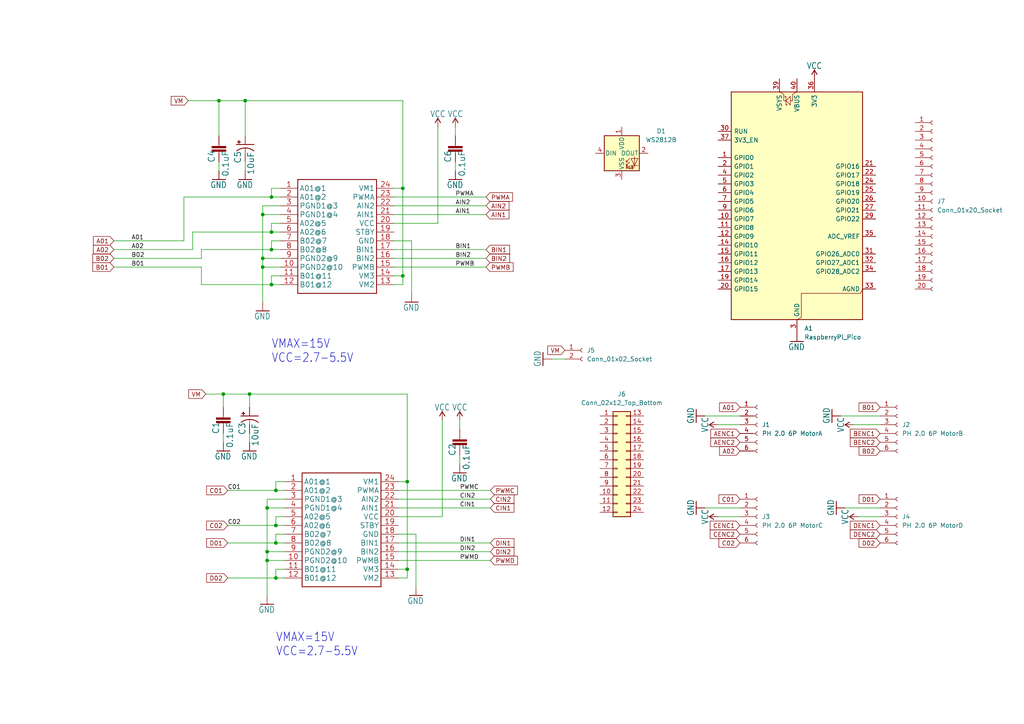
<source format=kicad_sch>
(kicad_sch (version 20250114) (generator "eeschema") (generator_version "9.0")
  (paper "A4")
  (lib_symbols
    (symbol "Connector:Conn_01x02_Socket" (pin_names (offset 1.016) (hide yes))
      (property "Reference" "J" (at 0 2.54 0))
      (property "Value" "Conn_01x02_Socket" (at 0 -5.08 0))
      (symbol "Conn_01x02_Socket_1_1"
        (polyline (pts (xy -1.27 0) (xy -0.508 0)) (stroke (width 0.1524)))
        (polyline (pts (xy -1.27 -2.54) (xy -0.508 -2.54)) (stroke (width 0.1524)))
        (arc (start 0 -0.508) (mid -0.5058 0) (end 0 0.508) (stroke (width 0.1524)))
        (arc (start 0 -3.048) (mid -0.5058 -2.54) (end 0 -2.032) (stroke (width 0.1524)))
        (pin passive line (at -5.08 0 0) (length 3.81) (name "Pin_1") (number "1"))
        (pin passive line (at -5.08 -2.54 0) (length 3.81) (name "Pin_2") (number "2"))
      )
    )
    (symbol "Connector:Conn_01x06_Socket" (pin_names (offset 1.016) (hide yes))
      (property "Reference" "J" (at 0 7.62 0))
      (property "Value" "Conn_01x06_Socket" (at 0 -10.16 0))
      (symbol "Conn_01x06_Socket_1_1"
        (polyline (pts (xy -1.27 5.08) (xy -0.508 5.08)) (stroke (width 0.1524)))
        (polyline (pts (xy -1.27 2.54) (xy -0.508 2.54)) (stroke (width 0.1524)))
        (polyline (pts (xy -1.27 0) (xy -0.508 0)) (stroke (width 0.1524)))
        (polyline (pts (xy -1.27 -2.54) (xy -0.508 -2.54)) (stroke (width 0.1524)))
        (polyline (pts (xy -1.27 -5.08) (xy -0.508 -5.08)) (stroke (width 0.1524)))
        (polyline (pts (xy -1.27 -7.62) (xy -0.508 -7.62)) (stroke (width 0.1524)))
        (arc (start 0 4.572) (mid -0.5058 5.08) (end 0 5.588) (stroke (width 0.1524)))
        (arc (start 0 2.032) (mid -0.5058 2.54) (end 0 3.048) (stroke (width 0.1524)))
        (arc (start 0 -0.508) (mid -0.5058 0) (end 0 0.508) (stroke (width 0.1524)))
        (arc (start 0 -3.048) (mid -0.5058 -2.54) (end 0 -2.032) (stroke (width 0.1524)))
        (arc (start 0 -5.588) (mid -0.5058 -5.08) (end 0 -4.572) (stroke (width 0.1524)))
        (arc (start 0 -8.128) (mid -0.5058 -7.62) (end 0 -7.112) (stroke (width 0.1524)))
        (pin passive line (at -5.08 5.08 0) (length 3.81) (name "Pin_1") (number "1"))
        (pin passive line (at -5.08 2.54 0) (length 3.81) (name "Pin_2") (number "2"))
        (pin passive line (at -5.08 0 0) (length 3.81) (name "Pin_3") (number "3"))
        (pin passive line (at -5.08 -2.54 0) (length 3.81) (name "Pin_4") (number "4"))
        (pin passive line (at -5.08 -5.08 0) (length 3.81) (name "Pin_5") (number "5"))
        (pin passive line (at -5.08 -7.62 0) (length 3.81) (name "Pin_6") (number "6"))
      )
    )
    (symbol "Connector:Conn_01x20_Socket" (pin_names (offset 1.016) (hide yes))
      (property "Reference" "J" (at 0 25.4 0))
      (property "Value" "Conn_01x20_Socket" (at 0 -27.94 0))
      (symbol "Conn_01x20_Socket_1_1"
        (polyline (pts (xy -1.27 22.86) (xy -0.508 22.86)) (stroke (width 0.1524)))
        (polyline (pts (xy -1.27 20.32) (xy -0.508 20.32)) (stroke (width 0.1524)))
        (polyline (pts (xy -1.27 17.78) (xy -0.508 17.78)) (stroke (width 0.1524)))
        (polyline (pts (xy -1.27 15.24) (xy -0.508 15.24)) (stroke (width 0.1524)))
        (polyline (pts (xy -1.27 12.7) (xy -0.508 12.7)) (stroke (width 0.1524)))
        (polyline (pts (xy -1.27 10.16) (xy -0.508 10.16)) (stroke (width 0.1524)))
        (polyline (pts (xy -1.27 7.62) (xy -0.508 7.62)) (stroke (width 0.1524)))
        (polyline (pts (xy -1.27 5.08) (xy -0.508 5.08)) (stroke (width 0.1524)))
        (polyline (pts (xy -1.27 2.54) (xy -0.508 2.54)) (stroke (width 0.1524)))
        (polyline (pts (xy -1.27 0) (xy -0.508 0)) (stroke (width 0.1524)))
        (polyline (pts (xy -1.27 -2.54) (xy -0.508 -2.54)) (stroke (width 0.1524)))
        (polyline (pts (xy -1.27 -5.08) (xy -0.508 -5.08)) (stroke (width 0.1524)))
        (polyline (pts (xy -1.27 -7.62) (xy -0.508 -7.62)) (stroke (width 0.1524)))
        (polyline (pts (xy -1.27 -10.16) (xy -0.508 -10.16)) (stroke (width 0.1524)))
        (polyline (pts (xy -1.27 -12.7) (xy -0.508 -12.7)) (stroke (width 0.1524)))
        (polyline (pts (xy -1.27 -15.24) (xy -0.508 -15.24)) (stroke (width 0.1524)))
        (polyline (pts (xy -1.27 -17.78) (xy -0.508 -17.78)) (stroke (width 0.1524)))
        (polyline (pts (xy -1.27 -20.32) (xy -0.508 -20.32)) (stroke (width 0.1524)))
        (polyline (pts (xy -1.27 -22.86) (xy -0.508 -22.86)) (stroke (width 0.1524)))
        (polyline (pts (xy -1.27 -25.4) (xy -0.508 -25.4)) (stroke (width 0.1524)))
        (arc (start 0 22.352) (mid -0.5058 22.86) (end 0 23.368) (stroke (width 0.1524)))
        (arc (start 0 19.812) (mid -0.5058 20.32) (end 0 20.828) (stroke (width 0.1524)))
        (arc (start 0 17.272) (mid -0.5058 17.78) (end 0 18.288) (stroke (width 0.1524)))
        (arc (start 0 14.732) (mid -0.5058 15.24) (end 0 15.748) (stroke (width 0.1524)))
        (arc (start 0 12.192) (mid -0.5058 12.7) (end 0 13.208) (stroke (width 0.1524)))
        (arc (start 0 9.652) (mid -0.5058 10.16) (end 0 10.668) (stroke (width 0.1524)))
        (arc (start 0 7.112) (mid -0.5058 7.62) (end 0 8.128) (stroke (width 0.1524)))
        (arc (start 0 4.572) (mid -0.5058 5.08) (end 0 5.588) (stroke (width 0.1524)))
        (arc (start 0 2.032) (mid -0.5058 2.54) (end 0 3.048) (stroke (width 0.1524)))
        (arc (start 0 -0.508) (mid -0.5058 0) (end 0 0.508) (stroke (width 0.1524)))
        (arc (start 0 -3.048) (mid -0.5058 -2.54) (end 0 -2.032) (stroke (width 0.1524)))
        (arc (start 0 -5.588) (mid -0.5058 -5.08) (end 0 -4.572) (stroke (width 0.1524)))
        (arc (start 0 -8.128) (mid -0.5058 -7.62) (end 0 -7.112) (stroke (width 0.1524)))
        (arc (start 0 -10.668) (mid -0.5058 -10.16) (end 0 -9.652) (stroke (width 0.1524)))
        (arc (start 0 -13.208) (mid -0.5058 -12.7) (end 0 -12.192) (stroke (width 0.1524)))
        (arc (start 0 -15.748) (mid -0.5058 -15.24) (end 0 -14.732) (stroke (width 0.1524)))
        (arc (start 0 -18.288) (mid -0.5058 -17.78) (end 0 -17.272) (stroke (width 0.1524)))
        (arc (start 0 -20.828) (mid -0.5058 -20.32) (end 0 -19.812) (stroke (width 0.1524)))
        (arc (start 0 -23.368) (mid -0.5058 -22.86) (end 0 -22.352) (stroke (width 0.1524)))
        (arc (start 0 -25.908) (mid -0.5058 -25.4) (end 0 -24.892) (stroke (width 0.1524)))
        (pin passive line (at -5.08 22.86 0) (length 3.81) (name "Pin_1") (number "1"))
        (pin passive line (at -5.08 20.32 0) (length 3.81) (name "Pin_2") (number "2"))
        (pin passive line (at -5.08 17.78 0) (length 3.81) (name "Pin_3") (number "3"))
        (pin passive line (at -5.08 15.24 0) (length 3.81) (name "Pin_4") (number "4"))
        (pin passive line (at -5.08 12.7 0) (length 3.81) (name "Pin_5") (number "5"))
        (pin passive line (at -5.08 10.16 0) (length 3.81) (name "Pin_6") (number "6"))
        (pin passive line (at -5.08 7.62 0) (length 3.81) (name "Pin_7") (number "7"))
        (pin passive line (at -5.08 5.08 0) (length 3.81) (name "Pin_8") (number "8"))
        (pin passive line (at -5.08 2.54 0) (length 3.81) (name "Pin_9") (number "9"))
        (pin passive line (at -5.08 0 0) (length 3.81) (name "Pin_10") (number "10"))
        (pin passive line (at -5.08 -2.54 0) (length 3.81) (name "Pin_11") (number "11"))
        (pin passive line (at -5.08 -5.08 0) (length 3.81) (name "Pin_12") (number "12"))
        (pin passive line (at -5.08 -7.62 0) (length 3.81) (name "Pin_13") (number "13"))
        (pin passive line (at -5.08 -10.16 0) (length 3.81) (name "Pin_14") (number "14"))
        (pin passive line (at -5.08 -12.7 0) (length 3.81) (name "Pin_15") (number "15"))
        (pin passive line (at -5.08 -15.24 0) (length 3.81) (name "Pin_16") (number "16"))
        (pin passive line (at -5.08 -17.78 0) (length 3.81) (name "Pin_17") (number "17"))
        (pin passive line (at -5.08 -20.32 0) (length 3.81) (name "Pin_18") (number "18"))
        (pin passive line (at -5.08 -22.86 0) (length 3.81) (name "Pin_19") (number "19"))
        (pin passive line (at -5.08 -25.4 0) (length 3.81) (name "Pin_20") (number "20"))
      )
    )
    (symbol "Connector_Generic:Conn_02x12_Top_Bottom" (pin_names (offset 1.016) (hide yes))
      (property "Reference" "J" (at 1.27 15.24 0))
      (property "Value" "Conn_02x12_Top_Bottom" (at 1.27 -17.78 0))
      (symbol "Conn_02x12_Top_Bottom_1_1"
        (rectangle (start -1.27 13.97) (end 3.81 -16.51) (stroke (width 0.254)) (fill (type background)))
        (rectangle (start -1.27 12.827) (end 0 12.573) (stroke (width 0.1524)))
        (rectangle (start -1.27 10.287) (end 0 10.033) (stroke (width 0.1524)))
        (rectangle (start -1.27 7.747) (end 0 7.493) (stroke (width 0.1524)))
        (rectangle (start -1.27 5.207) (end 0 4.953) (stroke (width 0.1524)))
        (rectangle (start -1.27 2.667) (end 0 2.413) (stroke (width 0.1524)))
        (rectangle (start -1.27 0.127) (end 0 -0.127) (stroke (width 0.1524)))
        (rectangle (start -1.27 -2.413) (end 0 -2.667) (stroke (width 0.1524)))
        (rectangle (start -1.27 -4.953) (end 0 -5.207) (stroke (width 0.1524)))
        (rectangle (start -1.27 -7.493) (end 0 -7.747) (stroke (width 0.1524)))
        (rectangle (start -1.27 -10.033) (end 0 -10.287) (stroke (width 0.1524)))
        (rectangle (start -1.27 -12.573) (end 0 -12.827) (stroke (width 0.1524)))
        (rectangle (start -1.27 -15.113) (end 0 -15.367) (stroke (width 0.1524)))
        (rectangle (start 3.81 12.827) (end 2.54 12.573) (stroke (width 0.1524)))
        (rectangle (start 3.81 10.287) (end 2.54 10.033) (stroke (width 0.1524)))
        (rectangle (start 3.81 7.747) (end 2.54 7.493) (stroke (width 0.1524)))
        (rectangle (start 3.81 5.207) (end 2.54 4.953) (stroke (width 0.1524)))
        (rectangle (start 3.81 2.667) (end 2.54 2.413) (stroke (width 0.1524)))
        (rectangle (start 3.81 0.127) (end 2.54 -0.127) (stroke (width 0.1524)))
        (rectangle (start 3.81 -2.413) (end 2.54 -2.667) (stroke (width 0.1524)))
        (rectangle (start 3.81 -4.953) (end 2.54 -5.207) (stroke (width 0.1524)))
        (rectangle (start 3.81 -7.493) (end 2.54 -7.747) (stroke (width 0.1524)))
        (rectangle (start 3.81 -10.033) (end 2.54 -10.287) (stroke (width 0.1524)))
        (rectangle (start 3.81 -12.573) (end 2.54 -12.827) (stroke (width 0.1524)))
        (rectangle (start 3.81 -15.113) (end 2.54 -15.367) (stroke (width 0.1524)))
        (pin passive line (at -5.08 12.7 0) (length 3.81) (name "Pin_1") (number "1"))
        (pin passive line (at -5.08 10.16 0) (length 3.81) (name "Pin_2") (number "2"))
        (pin passive line (at -5.08 7.62 0) (length 3.81) (name "Pin_3") (number "3"))
        (pin passive line (at -5.08 5.08 0) (length 3.81) (name "Pin_4") (number "4"))
        (pin passive line (at -5.08 2.54 0) (length 3.81) (name "Pin_5") (number "5"))
        (pin passive line (at -5.08 0 0) (length 3.81) (name "Pin_6") (number "6"))
        (pin passive line (at -5.08 -2.54 0) (length 3.81) (name "Pin_7") (number "7"))
        (pin passive line (at -5.08 -5.08 0) (length 3.81) (name "Pin_8") (number "8"))
        (pin passive line (at -5.08 -7.62 0) (length 3.81) (name "Pin_9") (number "9"))
        (pin passive line (at -5.08 -10.16 0) (length 3.81) (name "Pin_10") (number "10"))
        (pin passive line (at -5.08 -12.7 0) (length 3.81) (name "Pin_11") (number "11"))
        (pin passive line (at -5.08 -15.24 0) (length 3.81) (name "Pin_12") (number "12"))
        (pin passive line (at 7.62 12.7 180) (length 3.81) (name "Pin_13") (number "13"))
        (pin passive line (at 7.62 10.16 180) (length 3.81) (name "Pin_14") (number "14"))
        (pin passive line (at 7.62 7.62 180) (length 3.81) (name "Pin_15") (number "15"))
        (pin passive line (at 7.62 5.08 180) (length 3.81) (name "Pin_16") (number "16"))
        (pin passive line (at 7.62 2.54 180) (length 3.81) (name "Pin_17") (number "17"))
        (pin passive line (at 7.62 0 180) (length 3.81) (name "Pin_18") (number "18"))
        (pin passive line (at 7.62 -2.54 180) (length 3.81) (name "Pin_19") (number "19"))
        (pin passive line (at 7.62 -5.08 180) (length 3.81) (name "Pin_20") (number "20"))
        (pin passive line (at 7.62 -7.62 180) (length 3.81) (name "Pin_21") (number "21"))
        (pin passive line (at 7.62 -10.16 180) (length 3.81) (name "Pin_22") (number "22"))
        (pin passive line (at 7.62 -12.7 180) (length 3.81) (name "Pin_23") (number "23"))
        (pin passive line (at 7.62 -15.24 180) (length 3.81) (name "Pin_24") (number "24"))
      )
    )
    (symbol "LED:WS2812B" (pin_names (offset 0.254))
      (property "Reference" "D" (at 5.08 5.715 0))
      (property "Value" "WS2812B" (at 1.27 -5.715 0))
      (symbol "WS2812B_0_0"
        (text "RGB" (at 2.286 -4.191 0) (effects (font (size 0.762 0.762))))
      )
      (symbol "WS2812B_0_1"
        (polyline (pts (xy 1.27 -2.54) (xy 1.778 -2.54)))
        (polyline (pts (xy 1.27 -3.556) (xy 1.778 -3.556)))
        (polyline (pts (xy 2.286 -1.524) (xy 1.27 -2.54) (xy 1.27 -2.032)))
        (polyline (pts (xy 2.286 -2.54) (xy 1.27 -3.556) (xy 1.27 -3.048)))
        (polyline (pts (xy 3.683 -1.016) (xy 3.683 -3.556) (xy 3.683 -4.064)))
        (polyline (pts (xy 4.699 -1.524) (xy 2.667 -1.524) (xy 3.683 -3.556) (xy 4.699 -1.524)))
        (polyline (pts (xy 4.699 -3.556) (xy 2.667 -3.556)))
        (rectangle (start 5.08 5.08) (end -5.08 -5.08) (stroke (width 0.254)) (fill (type background)))
      )
      (symbol "WS2812B_1_1"
        (pin input line (at -7.62 0 0) (length 2.54) (name "DIN") (number "4"))
        (pin power_in line (at 0 7.62 270) (length 2.54) (name "VDD") (number "1"))
        (pin power_in line (at 0 -7.62 90) (length 2.54) (name "VSS") (number "3"))
        (pin output line (at 7.62 0 180) (length 2.54) (name "DOUT") (number "2"))
      )
    )
    (symbol "MCU_Module:RaspberryPi_Pico" (pin_names (offset 0.762))
      (property "Reference" "A" (at -19.05 35.56 0))
      (property "Value" "RaspberryPi_Pico" (at 7.62 35.56 0))
      (symbol "RaspberryPi_Pico_0_1"
        (rectangle (start -19.05 34.29) (end 19.05 -31.75) (stroke (width 0.254)) (fill (type background)))
        (polyline (pts (xy -5.08 34.29) (xy -3.81 33.655) (xy -3.81 31.75) (xy -3.175 31.75)))
        (polyline (pts (xy -3.429 32.766) (xy -3.429 33.02) (xy -3.175 33.02) (xy -3.175 30.48) (xy -2.921 30.48) (xy -2.921 30.734)))
        (polyline (pts (xy -3.175 31.75) (xy -1.905 33.02) (xy -1.905 30.48) (xy -3.175 31.75)))
        (polyline (pts (xy 0 34.29) (xy -1.27 33.655) (xy -1.27 31.75) (xy -1.905 31.75)))
        (polyline (pts (xy 0 -31.75) (xy 1.27 -31.115) (xy 1.27 -24.13) (xy 18.415 -24.13) (xy 19.05 -22.86)))
      )
      (symbol "RaspberryPi_Pico_1_1"
        (pin passive line (at -22.86 22.86 0) (length 3.81) (name "RUN") (number "30"))
        (pin passive line (at -22.86 20.32 0) (length 3.81) (name "3V3_EN") (number "37"))
        (pin bidirectional line (at -22.86 15.24 0) (length 3.81) (name "GPIO0") (number "1"))
        (pin bidirectional line (at -22.86 12.7 0) (length 3.81) (name "GPIO1") (number "2"))
        (pin bidirectional line (at -22.86 10.16 0) (length 3.81) (name "GPIO2") (number "4"))
        (pin bidirectional line (at -22.86 7.62 0) (length 3.81) (name "GPIO3") (number "5"))
        (pin bidirectional line (at -22.86 5.08 0) (length 3.81) (name "GPIO4") (number "6"))
        (pin bidirectional line (at -22.86 2.54 0) (length 3.81) (name "GPIO5") (number "7"))
        (pin bidirectional line (at -22.86 0 0) (length 3.81) (name "GPIO6") (number "9"))
        (pin bidirectional line (at -22.86 -2.54 0) (length 3.81) (name "GPIO7") (number "10"))
        (pin bidirectional line (at -22.86 -5.08 0) (length 3.81) (name "GPIO8") (number "11"))
        (pin bidirectional line (at -22.86 -7.62 0) (length 3.81) (name "GPIO9") (number "12"))
        (pin bidirectional line (at -22.86 -10.16 0) (length 3.81) (name "GPIO10") (number "14"))
        (pin bidirectional line (at -22.86 -12.7 0) (length 3.81) (name "GPIO11") (number "15"))
        (pin bidirectional line (at -22.86 -15.24 0) (length 3.81) (name "GPIO12") (number "16"))
        (pin bidirectional line (at -22.86 -17.78 0) (length 3.81) (name "GPIO13") (number "17"))
        (pin bidirectional line (at -22.86 -20.32 0) (length 3.81) (name "GPIO14") (number "19"))
        (pin bidirectional line (at -22.86 -22.86 0) (length 3.81) (name "GPIO15") (number "20"))
        (pin power_in line (at -5.08 38.1 270) (length 3.81) (name "VSYS") (number "39"))
        (pin power_out line (at 0 38.1 270) (length 3.81) (name "VBUS") (number "40"))
        (pin passive line (at 0 -35.56 90) (length 3.81) (hide yes) (name "GND") (number "13"))
        (pin passive line (at 0 -35.56 90) (length 3.81) (hide yes) (name "GND") (number "18"))
        (pin passive line (at 0 -35.56 90) (length 3.81) (hide yes) (name "GND") (number "23"))
        (pin passive line (at 0 -35.56 90) (length 3.81) (hide yes) (name "GND") (number "28"))
        (pin power_out line (at 0 -35.56 90) (length 3.81) (name "GND") (number "3"))
        (pin passive line (at 0 -35.56 90) (length 3.81) (hide yes) (name "GND") (number "38"))
        (pin passive line (at 0 -35.56 90) (length 3.81) (hide yes) (name "GND") (number "8"))
        (pin power_out line (at 5.08 38.1 270) (length 3.81) (name "3V3") (number "36"))
        (pin bidirectional line (at 22.86 12.7 180) (length 3.81) (name "GPIO16") (number "21"))
        (pin bidirectional line (at 22.86 10.16 180) (length 3.81) (name "GPIO17") (number "22"))
        (pin bidirectional line (at 22.86 7.62 180) (length 3.81) (name "GPIO18") (number "24"))
        (pin bidirectional line (at 22.86 5.08 180) (length 3.81) (name "GPIO19") (number "25"))
        (pin bidirectional line (at 22.86 2.54 180) (length 3.81) (name "GPIO20") (number "26"))
        (pin bidirectional line (at 22.86 0 180) (length 3.81) (name "GPIO21") (number "27"))
        (pin bidirectional line (at 22.86 -2.54 180) (length 3.81) (name "GPIO22") (number "29"))
        (pin power_in line (at 22.86 -7.62 180) (length 3.81) (name "ADC_VREF") (number "35"))
        (pin bidirectional line (at 22.86 -12.7 180) (length 3.81) (name "GPIO26_ADC0") (number "31"))
        (pin bidirectional line (at 22.86 -15.24 180) (length 3.81) (name "GPIO27_ADC1") (number "32"))
        (pin bidirectional line (at 22.86 -17.78 180) (length 3.81) (name "GPIO28_ADC2") (number "34"))
        (pin power_out line (at 22.86 -22.86 180) (length 3.81) (name "AGND") (number "33"))
      )
    )
    (symbol "SparkFun_Motor_Driver-TB6612FNG_v11c-eagle-import:0.1UF-0402-16V-10%"
      (property "Reference" "C" (at 1.524 2.921 0))
      (symbol "0.1UF-0402-16V-10%_1_0"
        (rectangle (start -2.032 1.524) (end 2.032 2.032) (fill (type outline)))
        (rectangle (start -2.032 0.508) (end 2.032 1.016) (fill (type outline)))
        (polyline (pts (xy 0 2.54) (xy 0 2.032)) (stroke (width 0.1524)))
        (polyline (pts (xy 0 0) (xy 0 0.508)) (stroke (width 0.1524)))
        (pin passive line (at 0 5.08 270) (length 2.54) (name "1") (number "1"))
        (pin passive line (at 0 -2.54 90) (length 2.54) (name "2") (number "2"))
      )
    )
    (symbol "SparkFun_Motor_Driver-TB6612FNG_v11c-eagle-import:10UF-POLAR-EIA3528-20V-10%(TANT)"
      (property "Reference" "C" (at 1.016 0.635 0))
      (symbol "10UF-POLAR-EIA3528-20V-10%(TANT)_1_0"
        (polyline (pts (xy -2.54 0) (xy 2.54 0)) (stroke (width 0.254)))
        (rectangle (start -2.253 0.668) (end -1.364 0.795) (fill (type outline)))
        (rectangle (start -1.872 0.287) (end -1.745 1.176) (fill (type outline)))
        (arc (start 0 -1) (mid 1.3158 -1.2195) (end 2.4892 -1.8541) (stroke (width 0.254)))
        (arc (start -2.4669 -1.8504) (mid -1.3021 -1.2303) (end 0 -1.0161) (stroke (width 0.254)))
        (polyline (pts (xy 0 -1.016) (xy 0 -2.54)) (stroke (width 0.1524)))
        (pin passive line (at 0 2.54 270) (length 2.54) (name "+") (number "A"))
        (pin passive line (at 0 -5.08 90) (length 2.54) (name "-") (number "C"))
      )
    )
    (symbol "SparkFun_Motor_Driver-TB6612FNG_v11c-eagle-import:GND" (power)
      (symbol "GND_1_0"
        (polyline (pts (xy -1.905 0) (xy 1.905 0)) (stroke (width 0.254)))
        (pin power_in line (at 0 2.54 270) (length 2.54) (name "GND") (number "1"))
      )
    )
    (symbol "SparkFun_Motor_Driver-TB6612FNG_v11c-eagle-import:TB6612FNG"
      (symbol "TB6612FNG_1_0"
        (polyline (pts (xy -12.7 15.24) (xy -12.7 -17.78)) (stroke (width 0.254)))
        (polyline (pts (xy -12.7 -17.78) (xy 10.16 -17.78)) (stroke (width 0.254)))
        (polyline (pts (xy 10.16 15.24) (xy -12.7 15.24)) (stroke (width 0.254)))
        (polyline (pts (xy 10.16 -17.78) (xy 10.16 15.24)) (stroke (width 0.254)))
        (pin bidirectional line (at -17.78 12.7 0) (length 5.08) (name "A01@1") (number "1"))
        (pin bidirectional line (at -17.78 10.16 0) (length 5.08) (name "A01@2") (number "2"))
        (pin bidirectional line (at -17.78 7.62 0) (length 5.08) (name "PGND1@3") (number "3"))
        (pin bidirectional line (at -17.78 5.08 0) (length 5.08) (name "PGND1@4") (number "4"))
        (pin bidirectional line (at -17.78 2.54 0) (length 5.08) (name "A02@5") (number "5"))
        (pin bidirectional line (at -17.78 0 0) (length 5.08) (name "A02@6") (number "6"))
        (pin bidirectional line (at -17.78 -2.54 0) (length 5.08) (name "B02@7") (number "7"))
        (pin bidirectional line (at -17.78 -5.08 0) (length 5.08) (name "B02@8") (number "8"))
        (pin bidirectional line (at -17.78 -7.62 0) (length 5.08) (name "PGND2@9") (number "9"))
        (pin bidirectional line (at -17.78 -10.16 0) (length 5.08) (name "PGND2@10") (number "10"))
        (pin bidirectional line (at -17.78 -12.7 0) (length 5.08) (name "B01@11") (number "11"))
        (pin bidirectional line (at -17.78 -15.24 0) (length 5.08) (name "B01@12") (number "12"))
        (pin bidirectional line (at 15.24 12.7 180) (length 5.08) (name "VM1") (number "24"))
        (pin bidirectional line (at 15.24 10.16 180) (length 5.08) (name "PWMA") (number "23"))
        (pin bidirectional line (at 15.24 7.62 180) (length 5.08) (name "AIN2") (number "22"))
        (pin bidirectional line (at 15.24 5.08 180) (length 5.08) (name "AIN1") (number "21"))
        (pin bidirectional line (at 15.24 2.54 180) (length 5.08) (name "VCC") (number "20"))
        (pin bidirectional line (at 15.24 0 180) (length 5.08) (name "STBY") (number "19"))
        (pin bidirectional line (at 15.24 -2.54 180) (length 5.08) (name "GND") (number "18"))
        (pin bidirectional line (at 15.24 -5.08 180) (length 5.08) (name "BIN1") (number "17"))
        (pin bidirectional line (at 15.24 -7.62 180) (length 5.08) (name "BIN2") (number "16"))
        (pin bidirectional line (at 15.24 -10.16 180) (length 5.08) (name "PWMB") (number "15"))
        (pin bidirectional line (at 15.24 -12.7 180) (length 5.08) (name "VM3") (number "14"))
        (pin bidirectional line (at 15.24 -15.24 180) (length 5.08) (name "VM2") (number "13"))
      )
    )
    (symbol "SparkFun_Motor_Driver-TB6612FNG_v11c-eagle-import:VCC" (power)
      (symbol "VCC_1_0"
        (polyline (pts (xy 0 2.54) (xy -0.762 1.27)) (stroke (width 0.254)))
        (polyline (pts (xy 0.762 1.27) (xy 0 2.54)) (stroke (width 0.254)))
        (pin power_in line (at 0 0 90) (length 2.54) (name "VCC") (number "1"))
      )
    )
  )
  (text "VMAX=15V\nVCC=2.7-5.5V" (at 78.74 105.41 0) (effects (font (size 2.54 2.159)) (justify left bottom)))
  (text "VMAX=15V\nVCC=2.7-5.5V" (at 80.01 190.5 0) (effects (font (size 2.54 2.159)) (justify left bottom)))
  (junction (at 63.5 29.21))
  (junction (at 118.11 139.7))
  (junction (at 77.47 162.56))
  (junction (at 76.2 74.93))
  (junction (at 80.01 152.4))
  (junction (at 78.74 57.15))
  (junction (at 72.39 114.3))
  (junction (at 78.74 82.55))
  (junction (at 77.47 160.02))
  (junction (at 118.11 165.1))
  (junction (at 76.2 77.47))
  (junction (at 116.84 80.01))
  (junction (at 78.74 67.31))
  (junction (at 80.01 157.48))
  (junction (at 78.74 72.39))
  (junction (at 71.12 29.21))
  (junction (at 80.01 167.64))
  (junction (at 80.01 142.24))
  (junction (at 77.47 147.32))
  (junction (at 76.2 62.23))
  (junction (at 116.84 54.61))
  (junction (at 64.77 114.3))
  (wire (pts (xy 114.3 54.61) (xy 116.84 54.61)) (stroke (width 0.1524)))
  (wire (pts (xy 160.02 104.14) (xy 163.83 104.14)))
  (wire (pts (xy 76.2 74.93) (xy 76.2 77.47)) (stroke (width 0.1524)))
  (wire (pts (xy 114.3 69.85) (xy 119.38 69.85)) (stroke (width 0.1524)))
  (wire (pts (xy 77.47 147.32) (xy 77.47 160.02)) (stroke (width 0.1524)))
  (wire (pts (xy 82.55 144.78) (xy 77.47 144.78)) (stroke (width 0.1524)))
  (wire (pts (xy 116.84 82.55) (xy 116.84 80.01)) (stroke (width 0.1524)))
  (wire (pts (xy 82.55 157.48) (xy 80.01 157.48)) (stroke (width 0.1524)))
  (wire (pts (xy 115.57 165.1) (xy 118.11 165.1)) (stroke (width 0.1524)))
  (wire (pts (xy 81.28 77.47) (xy 76.2 77.47)) (stroke (width 0.1524)))
  (wire (pts (xy 81.28 82.55) (xy 78.74 82.55)) (stroke (width 0.1524)))
  (wire (pts (xy 116.84 29.21) (xy 71.12 29.21)) (stroke (width 0.1524)))
  (wire (pts (xy 204.47 147.32) (xy 214.63 147.32)))
  (wire (pts (xy 115.57 154.94) (xy 120.65 154.94)) (stroke (width 0.1524)))
  (wire (pts (xy 78.74 67.31) (xy 55.88 67.31)) (stroke (width 0.1524)))
  (wire (pts (xy 72.39 125.73) (xy 72.39 128.27)) (stroke (width 0.1524)))
  (wire (pts (xy 81.28 80.01) (xy 78.74 80.01)) (stroke (width 0.1524)))
  (wire (pts (xy 116.84 54.61) (xy 116.84 29.21)) (stroke (width 0.1524)))
  (wire (pts (xy 82.55 142.24) (xy 80.01 142.24)) (stroke (width 0.1524)))
  (wire (pts (xy 81.28 59.69) (xy 76.2 59.69)) (stroke (width 0.1524)))
  (wire (pts (xy 81.28 57.15) (xy 78.74 57.15)) (stroke (width 0.1524)))
  (wire (pts (xy 78.74 82.55) (xy 58.42 82.55)) (stroke (width 0.1524)))
  (wire (pts (xy 72.39 114.3) (xy 118.11 114.3)) (stroke (width 0.1524)))
  (wire (pts (xy 80.01 139.7) (xy 80.01 142.24)) (stroke (width 0.1524)))
  (wire (pts (xy 53.34 69.85) (xy 33.02 69.85)) (stroke (width 0.1524)))
  (wire (pts (xy 82.55 152.4) (xy 80.01 152.4)) (stroke (width 0.1524)))
  (wire (pts (xy 118.11 165.1) (xy 118.11 139.7)) (stroke (width 0.1524)))
  (wire (pts (xy 53.34 57.15) (xy 53.34 69.85)) (stroke (width 0.1524)))
  (wire (pts (xy 81.28 72.39) (xy 78.74 72.39)) (stroke (width 0.1524)))
  (wire (pts (xy 77.47 144.78) (xy 77.47 147.32)) (stroke (width 0.1524)))
  (wire (pts (xy 114.3 82.55) (xy 116.84 82.55)) (stroke (width 0.1524)))
  (wire (pts (xy 245.11 147.32) (xy 255.27 147.32)))
  (wire (pts (xy 114.3 74.93) (xy 140.97 74.93)) (stroke (width 0.1524)))
  (wire (pts (xy 82.55 139.7) (xy 80.01 139.7)) (stroke (width 0.1524)))
  (wire (pts (xy 64.77 114.3) (xy 72.39 114.3)) (stroke (width 0.1524)))
  (wire (pts (xy 71.12 46.99) (xy 71.12 49.53)) (stroke (width 0.1524)))
  (wire (pts (xy 82.55 167.64) (xy 80.01 167.64)) (stroke (width 0.1524)))
  (wire (pts (xy 55.88 67.31) (xy 55.88 72.39)) (stroke (width 0.1524)))
  (wire (pts (xy 64.77 128.27) (xy 64.77 125.73)) (stroke (width 0.1524)))
  (wire (pts (xy 204.47 120.65) (xy 214.63 120.65)))
  (wire (pts (xy 81.28 69.85) (xy 78.74 69.85)) (stroke (width 0.1524)))
  (wire (pts (xy 82.55 165.1) (xy 80.01 165.1)) (stroke (width 0.1524)))
  (wire (pts (xy 115.57 162.56) (xy 142.24 162.56)) (stroke (width 0.1524)))
  (wire (pts (xy 115.57 139.7) (xy 118.11 139.7)) (stroke (width 0.1524)))
  (wire (pts (xy 80.01 149.86) (xy 80.01 152.4)) (stroke (width 0.1524)))
  (wire (pts (xy 54.61 29.21) (xy 63.5 29.21)))
  (wire (pts (xy 132.08 39.37) (xy 132.08 36.83)) (stroke (width 0.1524)))
  (wire (pts (xy 114.3 77.47) (xy 140.97 77.47)) (stroke (width 0.1524)))
  (wire (pts (xy 243.84 120.65) (xy 255.27 120.65)))
  (wire (pts (xy 82.55 149.86) (xy 80.01 149.86)) (stroke (width 0.1524)))
  (wire (pts (xy 80.01 154.94) (xy 80.01 157.48)) (stroke (width 0.1524)))
  (wire (pts (xy 114.3 59.69) (xy 140.97 59.69)) (stroke (width 0.1524)))
  (wire (pts (xy 82.55 160.02) (xy 77.47 160.02)) (stroke (width 0.1524)))
  (wire (pts (xy 128.27 149.86) (xy 128.27 121.92)) (stroke (width 0.1524)))
  (wire (pts (xy 132.08 49.53) (xy 132.08 46.99)) (stroke (width 0.1524)))
  (wire (pts (xy 77.47 162.56) (xy 77.47 172.72)) (stroke (width 0.1524)))
  (wire (pts (xy 77.47 160.02) (xy 77.47 162.56)) (stroke (width 0.1524)))
  (wire (pts (xy 78.74 54.61) (xy 78.74 57.15)) (stroke (width 0.1524)))
  (wire (pts (xy 114.3 57.15) (xy 140.97 57.15)) (stroke (width 0.1524)))
  (wire (pts (xy 78.74 80.01) (xy 78.74 82.55)) (stroke (width 0.1524)))
  (wire (pts (xy 115.57 149.86) (xy 128.27 149.86)) (stroke (width 0.1524)))
  (wire (pts (xy 114.3 62.23) (xy 140.97 62.23)) (stroke (width 0.1524)))
  (wire (pts (xy 208.28 123.19) (xy 214.63 123.19)))
  (wire (pts (xy 82.55 147.32) (xy 77.47 147.32)) (stroke (width 0.1524)))
  (wire (pts (xy 248.92 149.86) (xy 255.27 149.86)))
  (wire (pts (xy 58.42 77.47) (xy 58.42 82.55)) (stroke (width 0.1524)))
  (wire (pts (xy 64.77 118.11) (xy 64.77 114.3)) (stroke (width 0.1524)))
  (wire (pts (xy 118.11 167.64) (xy 118.11 165.1)) (stroke (width 0.1524)))
  (wire (pts (xy 78.74 72.39) (xy 58.42 72.39)) (stroke (width 0.1524)))
  (wire (pts (xy 71.12 39.37) (xy 71.12 29.21)) (stroke (width 0.1524)))
  (wire (pts (xy 114.3 72.39) (xy 140.97 72.39)) (stroke (width 0.1524)))
  (wire (pts (xy 115.57 157.48) (xy 142.24 157.48)) (stroke (width 0.1524)))
  (wire (pts (xy 66.04 152.4) (xy 80.01 152.4)) (stroke (width 0.1524)))
  (wire (pts (xy 66.04 142.24) (xy 80.01 142.24)) (stroke (width 0.1524)))
  (wire (pts (xy 59.69 114.3) (xy 64.77 114.3)) (stroke (width 0.1524)))
  (wire (pts (xy 81.28 74.93) (xy 76.2 74.93)) (stroke (width 0.1524)))
  (wire (pts (xy 114.3 80.01) (xy 116.84 80.01)) (stroke (width 0.1524)))
  (wire (pts (xy 66.04 157.48) (xy 80.01 157.48)))
  (wire (pts (xy 78.74 57.15) (xy 53.34 57.15)) (stroke (width 0.1524)))
  (wire (pts (xy 72.39 118.11) (xy 72.39 114.3)) (stroke (width 0.1524)))
  (wire (pts (xy 115.57 167.64) (xy 118.11 167.64)) (stroke (width 0.1524)))
  (wire (pts (xy 82.55 154.94) (xy 80.01 154.94)) (stroke (width 0.1524)))
  (wire (pts (xy 76.2 62.23) (xy 76.2 74.93)) (stroke (width 0.1524)))
  (wire (pts (xy 78.74 69.85) (xy 78.74 72.39)) (stroke (width 0.1524)))
  (wire (pts (xy 55.88 72.39) (xy 33.02 72.39)) (stroke (width 0.1524)))
  (wire (pts (xy 114.3 64.77) (xy 127 64.77)) (stroke (width 0.1524)))
  (wire (pts (xy 76.2 59.69) (xy 76.2 62.23)) (stroke (width 0.1524)))
  (wire (pts (xy 115.57 142.24) (xy 142.24 142.24)) (stroke (width 0.1524)))
  (wire (pts (xy 115.57 144.78) (xy 142.24 144.78)) (stroke (width 0.1524)))
  (wire (pts (xy 81.28 54.61) (xy 78.74 54.61)) (stroke (width 0.1524)))
  (wire (pts (xy 81.28 67.31) (xy 78.74 67.31)) (stroke (width 0.1524)))
  (wire (pts (xy 58.42 72.39) (xy 58.42 74.93)) (stroke (width 0.1524)))
  (wire (pts (xy 133.35 134.62) (xy 133.35 132.08)) (stroke (width 0.1524)))
  (wire (pts (xy 118.11 139.7) (xy 118.11 114.3)) (stroke (width 0.1524)))
  (wire (pts (xy 63.5 29.21) (xy 71.12 29.21)))
  (wire (pts (xy 133.35 124.46) (xy 133.35 121.92)) (stroke (width 0.1524)))
  (wire (pts (xy 66.04 167.64) (xy 80.01 167.64)))
  (wire (pts (xy 120.65 154.94) (xy 120.65 170.18)) (stroke (width 0.1524)))
  (wire (pts (xy 80.01 165.1) (xy 80.01 167.64)) (stroke (width 0.1524)))
  (wire (pts (xy 82.55 162.56) (xy 77.47 162.56)) (stroke (width 0.1524)))
  (wire (pts (xy 247.65 123.19) (xy 255.27 123.19)))
  (wire (pts (xy 115.57 160.02) (xy 142.24 160.02)) (stroke (width 0.1524)))
  (wire (pts (xy 115.57 147.32) (xy 142.24 147.32)) (stroke (width 0.1524)))
  (wire (pts (xy 58.42 74.93) (xy 33.02 74.93)) (stroke (width 0.1524)))
  (wire (pts (xy 127 64.77) (xy 127 36.83)) (stroke (width 0.1524)))
  (wire (pts (xy 76.2 77.47) (xy 76.2 87.63)) (stroke (width 0.1524)))
  (wire (pts (xy 63.5 49.53) (xy 63.5 46.99)) (stroke (width 0.1524)))
  (wire (pts (xy 78.74 64.77) (xy 78.74 67.31)) (stroke (width 0.1524)))
  (wire (pts (xy 116.84 80.01) (xy 116.84 54.61)) (stroke (width 0.1524)))
  (wire (pts (xy 119.38 69.85) (xy 119.38 85.09)) (stroke (width 0.1524)))
  (wire (pts (xy 63.5 29.21) (xy 63.5 39.37)) (stroke (width 0.1524)))
  (wire (pts (xy 81.28 62.23) (xy 76.2 62.23)) (stroke (width 0.1524)))
  (wire (pts (xy 33.02 77.47) (xy 58.42 77.47)) (stroke (width 0.1524)))
  (wire (pts (xy 81.28 64.77) (xy 78.74 64.77)) (stroke (width 0.1524)))
  (wire (pts (xy 208.28 149.86) (xy 214.63 149.86)))
  (label "BIN2" (at 132.08 74.93 0) (effects (font (size 1.2446 1.2446))))
  (label "BIN1" (at 132.08 72.39 0) (effects (font (size 1.2446 1.2446))))
  (label "CIN1" (at 133.35 147.32 0) (effects (font (size 1.2446 1.2446))))
  (label "B01" (at 38.1 77.47 0) (effects (font (size 1.2446 1.2446))))
  (label "CIN2" (at 133.35 144.78 0) (effects (font (size 1.2446 1.2446))))
  (label "A02" (at 38.1 72.39 0) (effects (font (size 1.2446 1.2446))))
  (label "B02" (at 38.1 74.93 0) (effects (font (size 1.2446 1.2446))))
  (label "PWMA" (at 132.08 57.15 0) (effects (font (size 1.2446 1.2446))))
  (label "AIN1" (at 132.08 62.23 0) (effects (font (size 1.2446 1.2446))))
  (label "AIN2" (at 132.08 59.69 0) (effects (font (size 1.2446 1.2446))))
  (label "PWMC" (at 133.35 142.24 0) (effects (font (size 1.2446 1.2446))))
  (label "DIN1" (at 133.35 157.48 0) (effects (font (size 1.2446 1.2446))))
  (label "DIN2" (at 133.35 160.02 0) (effects (font (size 1.2446 1.2446))))
  (label "C01" (at 66.04 142.24 0) (effects (font (size 1.2446 1.2446))))
  (label "PWMB" (at 132.08 77.47 0) (effects (font (size 1.2446 1.2446))))
  (label "PWMD" (at 133.35 162.56 0) (effects (font (size 1.2446 1.2446))))
  (label "C02" (at 66.04 152.4 0) (effects (font (size 1.2446 1.2446))))
  (label "A01" (at 38.1 69.85 0) (effects (font (size 1.2446 1.2446))))
  (global_label "C01" (shape input) (at 214.63 144.78 180) (property "Intersheetrefs" "${INTERSHEET_REFS}" (effects (hide yes))))
  (global_label "BIN1" (shape input) (at 140.97 72.39 0) (property "Intersheetrefs" "${INTERSHEET_REFS}" (effects (hide yes))))
  (global_label "BENC2" (shape input) (at 255.27 128.27 180) (property "Intersheetrefs" "${INTERSHEET_REFS}" (effects (hide yes))))
  (global_label "D01" (shape input) (at 255.27 144.78 180) (property "Intersheetrefs" "${INTERSHEET_REFS}" (effects (hide yes))))
  (global_label "C01" (shape input) (at 66.04 142.24 180) (property "Intersheetrefs" "${INTERSHEET_REFS}" (effects (hide yes))))
  (global_label "BENC1" (shape input) (at 255.27 125.73 180) (property "Intersheetrefs" "${INTERSHEET_REFS}" (effects (hide yes))))
  (global_label "DIN1" (shape input) (at 142.24 157.48 0) (property "Intersheetrefs" "${INTERSHEET_REFS}" (effects (hide yes))))
  (global_label "AIN1" (shape input) (at 140.97 62.23 0) (property "Intersheetrefs" "${INTERSHEET_REFS}" (effects (hide yes))))
  (global_label "CENC1" (shape input) (at 214.63 152.4 180) (property "Intersheetrefs" "${INTERSHEET_REFS}" (effects (hide yes))))
  (global_label "B01" (shape input) (at 33.02 77.47 180) (property "Intersheetrefs" "${INTERSHEET_REFS}" (effects (hide yes))))
  (global_label "C02" (shape input) (at 214.63 157.48 180) (property "Intersheetrefs" "${INTERSHEET_REFS}" (effects (hide yes))))
  (global_label "A01" (shape input) (at 33.02 69.85 180) (property "Intersheetrefs" "${INTERSHEET_REFS}" (effects (hide yes))))
  (global_label "VM" (shape input) (at 163.83 101.6 180) (property "Intersheetrefs" "${INTERSHEET_REFS}" (effects (hide yes))))
  (global_label "A01" (shape input) (at 214.63 118.11 180) (property "Intersheetrefs" "${INTERSHEET_REFS}" (effects (hide yes))))
  (global_label "D02" (shape input) (at 255.27 157.48 180) (property "Intersheetrefs" "${INTERSHEET_REFS}" (effects (hide yes))))
  (global_label "DIN2" (shape input) (at 142.24 160.02 0) (property "Intersheetrefs" "${INTERSHEET_REFS}" (effects (hide yes))))
  (global_label "PWMD" (shape input) (at 142.24 162.56 0) (property "Intersheetrefs" "${INTERSHEET_REFS}" (effects (hide yes))))
  (global_label "PWMC" (shape input) (at 142.24 142.24 0) (property "Intersheetrefs" "${INTERSHEET_REFS}" (effects (hide yes))))
  (global_label "AENC1" (shape input) (at 214.63 125.73 180) (property "Intersheetrefs" "${INTERSHEET_REFS}" (effects (hide yes))))
  (global_label "A02" (shape input) (at 214.63 130.81 180) (property "Intersheetrefs" "${INTERSHEET_REFS}" (effects (hide yes))))
  (global_label "A02" (shape input) (at 33.02 72.39 180) (property "Intersheetrefs" "${INTERSHEET_REFS}" (effects (hide yes))))
  (global_label "PWMA" (shape input) (at 140.97 57.15 0) (property "Intersheetrefs" "${INTERSHEET_REFS}" (effects (hide yes))))
  (global_label "B01" (shape input) (at 255.27 118.11 180) (property "Intersheetrefs" "${INTERSHEET_REFS}" (effects (hide yes))))
  (global_label "DENC2" (shape input) (at 255.27 154.94 180) (property "Intersheetrefs" "${INTERSHEET_REFS}" (effects (hide yes))))
  (global_label "CIN1" (shape input) (at 142.24 147.32 0) (property "Intersheetrefs" "${INTERSHEET_REFS}" (effects (hide yes))))
  (global_label "BIN2" (shape input) (at 140.97 74.93 0) (property "Intersheetrefs" "${INTERSHEET_REFS}" (effects (hide yes))))
  (global_label "D01" (shape input) (at 66.04 157.48 180) (property "Intersheetrefs" "${INTERSHEET_REFS}" (effects (hide yes))))
  (global_label "B02" (shape input) (at 255.27 130.81 180) (property "Intersheetrefs" "${INTERSHEET_REFS}" (effects (hide yes))))
  (global_label "C02" (shape input) (at 66.04 152.4 180) (property "Intersheetrefs" "${INTERSHEET_REFS}" (effects (hide yes))))
  (global_label "CIN2" (shape input) (at 142.24 144.78 0) (property "Intersheetrefs" "${INTERSHEET_REFS}" (effects (hide yes))))
  (global_label "VM" (shape input) (at 59.69 114.3 180) (property "Intersheetrefs" "${INTERSHEET_REFS}" (effects (hide yes))))
  (global_label "AIN2" (shape input) (at 140.97 59.69 0) (property "Intersheetrefs" "${INTERSHEET_REFS}" (effects (hide yes))))
  (global_label "CENC2" (shape input) (at 214.63 154.94 180) (property "Intersheetrefs" "${INTERSHEET_REFS}" (effects (hide yes))))
  (global_label "PWMB" (shape input) (at 140.97 77.47 0) (property "Intersheetrefs" "${INTERSHEET_REFS}" (effects (hide yes))))
  (global_label "D02" (shape input) (at 66.04 167.64 180) (property "Intersheetrefs" "${INTERSHEET_REFS}" (effects (hide yes))))
  (global_label "VM" (shape input) (at 54.61 29.21 180) (property "Intersheetrefs" "${INTERSHEET_REFS}" (effects (hide yes))))
  (global_label "B02" (shape input) (at 33.02 74.93 180) (property "Intersheetrefs" "${INTERSHEET_REFS}" (effects (hide yes))))
  (global_label "DENC1" (shape input) (at 255.27 152.4 180) (property "Intersheetrefs" "${INTERSHEET_REFS}" (effects (hide yes))))
  (global_label "AENC2" (shape input) (at 214.63 128.27 180) (property "Intersheetrefs" "${INTERSHEET_REFS}" (effects (hide yes))))
  (symbol (lib_id "SparkFun_Motor_Driver-TB6612FNG_v11c-eagle-import:VCC") (at 133.35 121.92 0) (unit 1)
    (property "Reference" "#SUPPLY3" (effects (hide yes)))
    (property "Value" "VCC" (at 133.35 119.126 0) (effects (font (size 1.778 1.5113)) (justify bottom)))
  )
  (symbol (lib_id "SparkFun_Motor_Driver-TB6612FNG_v11c-eagle-import:GND") (at 231.14 99.06 0) (unit 1)
    (property "Reference" "#GND06" (effects (hide yes)))
    (property "Value" "GND" (at 228.6 101.6 0) (effects (font (size 1.778 1.5113)) (justify left bottom)))
  )
  (symbol (lib_id "SparkFun_Motor_Driver-TB6612FNG_v11c-eagle-import:VCC") (at 248.92 149.86 90) (unit 1)
    (property "Reference" "#SUPPLY010" (effects (hide yes)))
    (property "Value" "VCC" (at 246.126 149.86 0) (effects (font (size 1.778 1.5113)) (justify bottom)))
  )
  (symbol (lib_id "SparkFun_Motor_Driver-TB6612FNG_v11c-eagle-import:GND") (at 119.38 87.63 0) (unit 1)
    (property "Reference" "#GND012" (effects (hide yes)))
    (property "Value" "GND" (at 116.84 90.17 0) (effects (font (size 1.778 1.5113)) (justify left bottom)))
  )
  (symbol (lib_id "SparkFun_Motor_Driver-TB6612FNG_v11c-eagle-import:VCC") (at 127 36.83 0) (unit 1)
    (property "Reference" "#SUPPLY05" (effects (hide yes)))
    (property "Value" "VCC" (at 127 34.036 0) (effects (font (size 1.778 1.5113)) (justify bottom)))
  )
  (symbol (lib_id "SparkFun_Motor_Driver-TB6612FNG_v11c-eagle-import:GND") (at 63.5 52.07 0) (unit 1)
    (property "Reference" "#GND09" (effects (hide yes)))
    (property "Value" "GND" (at 60.96 54.61 0) (effects (font (size 1.778 1.5113)) (justify left bottom)))
  )
  (symbol (lib_id "SparkFun_Motor_Driver-TB6612FNG_v11c-eagle-import:GND") (at 201.93 147.32 270) (unit 1)
    (property "Reference" "#GND015" (effects (hide yes)))
    (property "Value" "GND" (at 199.39 144.78 0) (effects (font (size 1.778 1.5113)) (justify left bottom)))
  )
  (symbol (lib_id "SparkFun_Motor_Driver-TB6612FNG_v11c-eagle-import:GND") (at 201.93 120.65 270) (unit 1)
    (property "Reference" "#GND07" (effects (hide yes)))
    (property "Value" "GND" (at 199.39 118.11 0) (effects (font (size 1.778 1.5113)) (justify left bottom)))
  )
  (symbol (lib_id "Connector:Conn_01x06_Socket") (at 219.71 123.19 0) (unit 1)
    (property "Reference" "J1" (at 220.98 123.1899 0) (effects (justify left)))
    (property "Value" "PH 2.0 6P MotorA" (at 220.98 125.7299 0) (effects (justify left)))
    (property "Footprint" "Connector_JST:JST_PH_B6B-PH-K_1x06_P2.00mm_Vertical" (effects (hide yes)))
    (property "Description" "Generic connector, single row, 01x06, script generated" (effects (hide yes)))
  )
  (symbol (lib_id "SparkFun_Motor_Driver-TB6612FNG_v11c-eagle-import:GND") (at 157.48 104.14 270) (unit 1)
    (property "Reference" "#GND08" (effects (hide yes)))
    (property "Value" "GND" (at 154.94 101.6 0) (effects (font (size 1.778 1.5113)) (justify left bottom)))
  )
  (symbol (lib_id "Connector:Conn_01x20_Socket") (at 270.51 58.42 0) (unit 1)
    (property "Reference" "J7" (at 271.78 58.4199 0) (effects (justify left)))
    (property "Value" "Conn_01x20_Socket" (at 271.78 60.9599 0) (effects (justify left)))
    (property "Footprint" "Connector_PinHeader_2.54mm:PinHeader_1x20_P2.54mm_Vertical" (effects (hide yes)))
    (property "Description" "Generic connector, single row, 01x20, script generated" (effects (hide yes)))
  )
  (symbol (lib_id "SparkFun_Motor_Driver-TB6612FNG_v11c-eagle-import:GND") (at 72.39 130.81 0) (unit 1)
    (property "Reference" "#GND4" (effects (hide yes)))
    (property "Value" "GND" (at 69.85 133.35 0) (effects (font (size 1.778 1.5113)) (justify left bottom)))
  )
  (symbol (lib_id "SparkFun_Motor_Driver-TB6612FNG_v11c-eagle-import:0.1UF-0402-16V-10%") (at 132.08 44.45 0) (unit 1)
    (property "Reference" "C6" (at 130.937 47.244 90) (effects (font (size 1.778 1.778)) (justify left bottom)))
    (property "Value" "0.1uF" (at 135.001 51.308 90) (effects (font (size 1.778 1.778)) (justify left bottom)))
    (property "Footprint" "Capacitor_SMD:C_0402_1005Metric" (effects (hide yes)))
  )
  (symbol (lib_id "SparkFun_Motor_Driver-TB6612FNG_v11c-eagle-import:GND") (at 71.12 52.07 0) (unit 1)
    (property "Reference" "#GND010" (effects (hide yes)))
    (property "Value" "GND" (at 68.58 54.61 0) (effects (font (size 1.778 1.5113)) (justify left bottom)))
  )
  (symbol (lib_id "SparkFun_Motor_Driver-TB6612FNG_v11c-eagle-import:VCC") (at 247.65 123.19 90) (unit 1)
    (property "Reference" "#SUPPLY09" (effects (hide yes)))
    (property "Value" "VCC" (at 244.856 123.19 0) (effects (font (size 1.778 1.5113)) (justify bottom)))
  )
  (symbol (lib_id "SparkFun_Motor_Driver-TB6612FNG_v11c-eagle-import:VCC") (at 128.27 121.92 0) (unit 1)
    (property "Reference" "#SUPPLY1" (effects (hide yes)))
    (property "Value" "VCC" (at 128.27 119.126 0) (effects (font (size 1.778 1.5113)) (justify bottom)))
  )
  (symbol (lib_id "SparkFun_Motor_Driver-TB6612FNG_v11c-eagle-import:VCC") (at 132.08 36.83 0) (unit 1)
    (property "Reference" "#SUPPLY06" (effects (hide yes)))
    (property "Value" "VCC" (at 132.08 34.036 0) (effects (font (size 1.778 1.5113)) (justify bottom)))
  )
  (symbol (lib_id "SparkFun_Motor_Driver-TB6612FNG_v11c-eagle-import:TB6612FNG") (at 99.06 67.31 0) (unit 1)
    (property "Reference" "U1" (effects (hide yes)))
    (property "Value" "TB6612FNG" (effects (hide yes)))
    (property "Footprint" "Package_SO:SSOP-24_5.3x8.2mm_P0.65mm" (effects (hide yes)))
  )
  (symbol (lib_id "LED:WS2812B") (at 180.34 44.45 0) (unit 1)
    (property "Reference" "D1" (at 191.77 38.0298 0))
    (property "Value" "WS2812B" (at 191.77 40.5698 0))
    (property "Footprint" "LED_SMD:LED_WS2812B-Mini_PLCC4_3.5x3.5mm" (effects (hide yes)))
    (property "Datasheet" "https://cdn-shop.adafruit.com/datasheets/WS2812B.pdf" (effects (hide yes)))
    (property "Description" "RGB LED with integrated controller" (effects (hide yes)))
  )
  (symbol (lib_id "SparkFun_Motor_Driver-TB6612FNG_v11c-eagle-import:VCC") (at 208.28 123.19 90) (unit 1)
    (property "Reference" "#SUPPLY07" (effects (hide yes)))
    (property "Value" "VCC" (at 205.486 123.19 0) (effects (font (size 1.778 1.5113)) (justify bottom)))
  )
  (symbol (lib_id "SparkFun_Motor_Driver-TB6612FNG_v11c-eagle-import:10UF-POLAR-EIA3528-20V-10%(TANT)") (at 71.12 41.91 0) (unit 1)
    (property "Reference" "C5" (at 69.977 47.498 90) (effects (font (size 1.778 1.778)) (justify left bottom)))
    (property "Value" "10uF" (at 73.787 50.8 90) (effects (font (size 1.778 1.778)) (justify left bottom)))
    (property "Footprint" "Capacitor_Tantalum_SMD:CP_EIA-3528-12_Kemet-T" (effects (hide yes)))
  )
  (symbol (lib_id "Connector:Conn_01x06_Socket") (at 219.71 149.86 0) (unit 1)
    (property "Reference" "J3" (at 220.98 149.8599 0) (effects (justify left)))
    (property "Value" "PH 2.0 6P MotorC" (at 220.98 152.3999 0) (effects (justify left)))
    (property "Footprint" "Connector_JST:JST_PH_B6B-PH-K_1x06_P2.00mm_Vertical" (effects (hide yes)))
    (property "Description" "Generic connector, single row, 01x06, script generated" (effects (hide yes)))
  )
  (symbol (lib_id "SparkFun_Motor_Driver-TB6612FNG_v11c-eagle-import:VCC") (at 236.22 22.86 0) (unit 1)
    (property "Reference" "#SUPPLY02" (effects (hide yes)))
    (property "Value" "VCC" (at 236.22 20.066 0) (effects (font (size 1.778 1.5113)) (justify bottom)))
  )
  (symbol (lib_id "SparkFun_Motor_Driver-TB6612FNG_v11c-eagle-import:VCC") (at 208.28 149.86 90) (unit 1)
    (property "Reference" "#SUPPLY08" (effects (hide yes)))
    (property "Value" "VCC" (at 205.486 149.86 0) (effects (font (size 1.778 1.5113)) (justify bottom)))
  )
  (symbol (lib_id "SparkFun_Motor_Driver-TB6612FNG_v11c-eagle-import:0.1UF-0402-16V-10%") (at 64.77 123.19 0) (unit 1)
    (property "Reference" "C1" (at 63.627 125.984 90) (effects (font (size 1.778 1.778)) (justify left bottom)))
    (property "Value" "0.1uF" (at 67.691 130.048 90) (effects (font (size 1.778 1.778)) (justify left bottom)))
    (property "Footprint" "Capacitor_SMD:C_0402_1005Metric" (effects (hide yes)))
  )
  (symbol (lib_id "SparkFun_Motor_Driver-TB6612FNG_v11c-eagle-import:TB6612FNG") (at 100.33 152.4 0) (unit 1)
    (property "Reference" "U3" (effects (hide yes)))
    (property "Value" "TB6612FNG" (effects (hide yes)))
    (property "Footprint" "Package_SO:SSOP-24_5.3x8.2mm_P0.65mm" (effects (hide yes)))
  )
  (symbol (lib_id "Connector_Generic:Conn_02x12_Top_Bottom") (at 179.07 133.35 0) (unit 1)
    (property "Reference" "J6" (at 180.34 114.3 0))
    (property "Value" "Conn_02x12_Top_Bottom" (at 180.34 116.84 0))
    (property "Footprint" "Connector_PinHeader_2.54mm:PinHeader_2x12_P2.54mm_Vertical" (effects (hide yes)))
    (property "Description" "Generic connector, double row, 02x12, top/bottom pin numbering scheme (row 1: 1...pins_per_row, row2: pins_per_row+1 ... num_pins), script generated (kicad-library-utils/schlib/autogen/connector/)" (effects (hide yes)))
  )
  (symbol (lib_id "SparkFun_Motor_Driver-TB6612FNG_v11c-eagle-import:GND") (at 77.47 175.26 0) (unit 1)
    (property "Reference" "#GND1" (effects (hide yes)))
    (property "Value" "GND" (at 74.93 177.8 0) (effects (font (size 1.778 1.5113)) (justify left bottom)))
  )
  (symbol (lib_id "SparkFun_Motor_Driver-TB6612FNG_v11c-eagle-import:GND") (at 64.77 130.81 0) (unit 1)
    (property "Reference" "#GND2" (effects (hide yes)))
    (property "Value" "GND" (at 62.23 133.35 0) (effects (font (size 1.778 1.5113)) (justify left bottom)))
  )
  (symbol (lib_id "SparkFun_Motor_Driver-TB6612FNG_v11c-eagle-import:0.1UF-0402-16V-10%") (at 63.5 44.45 0) (unit 1)
    (property "Reference" "C4" (at 62.357 47.244 90) (effects (font (size 1.778 1.778)) (justify left bottom)))
    (property "Value" "0.1uF" (at 66.421 51.308 90) (effects (font (size 1.778 1.778)) (justify left bottom)))
    (property "Footprint" "Capacitor_SMD:C_0402_1005Metric" (effects (hide yes)))
  )
  (symbol (lib_id "SparkFun_Motor_Driver-TB6612FNG_v11c-eagle-import:GND") (at 242.57 147.32 270) (unit 1)
    (property "Reference" "#GND017" (effects (hide yes)))
    (property "Value" "GND" (at 240.03 144.78 0) (effects (font (size 1.778 1.5113)) (justify left bottom)))
  )
  (symbol (lib_id "SparkFun_Motor_Driver-TB6612FNG_v11c-eagle-import:GND") (at 76.2 90.17 0) (unit 1)
    (property "Reference" "#GND011" (effects (hide yes)))
    (property "Value" "GND" (at 73.66 92.71 0) (effects (font (size 1.778 1.5113)) (justify left bottom)))
  )
  (symbol (lib_id "Connector:Conn_01x06_Socket") (at 260.35 123.19 0) (unit 1)
    (property "Reference" "J2" (at 261.62 123.1899 0) (effects (justify left)))
    (property "Value" "PH 2.0 6P MotorB" (at 261.62 125.7299 0) (effects (justify left)))
    (property "Footprint" "Connector_JST:JST_PH_B6B-PH-K_1x06_P2.00mm_Vertical" (effects (hide yes)))
    (property "Description" "Generic connector, single row, 01x06, script generated" (effects (hide yes)))
  )
  (symbol (lib_id "SparkFun_Motor_Driver-TB6612FNG_v11c-eagle-import:10UF-POLAR-EIA3528-20V-10%(TANT)") (at 72.39 120.65 0) (unit 1)
    (property "Reference" "C3" (at 71.247 126.238 90) (effects (font (size 1.778 1.778)) (justify left bottom)))
    (property "Value" "10uF" (at 75.057 129.54 90) (effects (font (size 1.778 1.778)) (justify left bottom)))
    (property "Footprint" "Capacitor_Tantalum_SMD:CP_EIA-3528-12_Kemet-T" (effects (hide yes)))
  )
  (symbol (lib_id "SparkFun_Motor_Driver-TB6612FNG_v11c-eagle-import:GND") (at 132.08 52.07 0) (unit 1)
    (property "Reference" "#GND013" (effects (hide yes)))
    (property "Value" "GND" (at 129.54 54.61 0) (effects (font (size 1.778 1.5113)) (justify left bottom)))
  )
  (symbol (lib_id "SparkFun_Motor_Driver-TB6612FNG_v11c-eagle-import:GND") (at 133.35 137.16 0) (unit 1)
    (property "Reference" "#GND3" (effects (hide yes)))
    (property "Value" "GND" (at 130.81 139.7 0) (effects (font (size 1.778 1.5113)) (justify left bottom)))
  )
  (symbol (lib_id "SparkFun_Motor_Driver-TB6612FNG_v11c-eagle-import:GND") (at 120.65 172.72 0) (unit 1)
    (property "Reference" "#GND5" (effects (hide yes)))
    (property "Value" "GND" (at 118.11 175.26 0) (effects (font (size 1.778 1.5113)) (justify left bottom)))
  )
  (symbol (lib_id "Connector:Conn_01x06_Socket") (at 260.35 149.86 0) (unit 1)
    (property "Reference" "J4" (at 261.62 149.8599 0) (effects (justify left)))
    (property "Value" "PH 2.0 6P MotorD" (at 261.62 152.3999 0) (effects (justify left)))
    (property "Footprint" "Connector_JST:JST_PH_B6B-PH-K_1x06_P2.00mm_Vertical" (effects (hide yes)))
    (property "Description" "Generic connector, single row, 01x06, script generated" (effects (hide yes)))
  )
  (symbol (lib_id "Connector:Conn_01x02_Socket") (at 168.91 101.6 0) (unit 1)
    (property "Reference" "J5" (at 170.18 101.5999 0) (effects (justify left)))
    (property "Value" "Conn_01x02_Socket" (at 170.18 104.1399 0) (effects (justify left)))
    (property "Footprint" "Connector_JST:JST_EH_B2B-EH-A_1x02_P2.50mm_Vertical" (effects (hide yes)))
    (property "Description" "Generic connector, single row, 01x02, script generated" (effects (hide yes)))
  )
  (symbol (lib_id "MCU_Module:RaspberryPi_Pico") (at 231.14 60.96 0) (unit 1)
    (property "Reference" "A1" (at 233.2833 95.25 0) (effects (justify left)))
    (property "Value" "RaspberryPi_Pico" (at 233.2833 97.79 0) (effects (justify left)))
    (property "Footprint" "Module:RaspberryPi_Pico_Common_THT" (effects (hide yes)))
    (property "Datasheet" "https://datasheets.raspberrypi.com/pico/pico-datasheet.pdf" (effects (hide yes)))
    (property "Description" "Versatile and inexpensive microcontroller module powered by RP2040 dual-core Arm Cortex-M0+ processor up to 133 MHz, 264kB SRAM, 2MB QSPI flash; also supports Raspberry Pi Pico 2" (effects (hide yes)))
  )
  (symbol (lib_id "SparkFun_Motor_Driver-TB6612FNG_v11c-eagle-import:GND") (at 241.3 120.65 270) (unit 1)
    (property "Reference" "#GND016" (effects (hide yes)))
    (property "Value" "GND" (at 238.76 118.11 0) (effects (font (size 1.778 1.5113)) (justify left bottom)))
  )
  (symbol (lib_id "SparkFun_Motor_Driver-TB6612FNG_v11c-eagle-import:0.1UF-0402-16V-10%") (at 133.35 129.54 0) (unit 1)
    (property "Reference" "C2" (at 132.207 132.334 90) (effects (font (size 1.778 1.778)) (justify left bottom)))
    (property "Value" "0.1uF" (at 136.271 136.398 90) (effects (font (size 1.778 1.778)) (justify left bottom)))
    (property "Footprint" "Capacitor_SMD:C_0402_1005Metric" (effects (hide yes)))
  )
)
</source>
